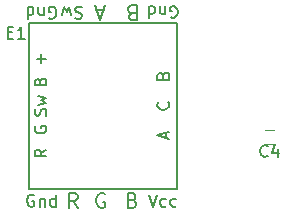
<source format=gbr>
G04 #@! TF.FileFunction,Legend,Top*
%FSLAX46Y46*%
G04 Gerber Fmt 4.6, Leading zero omitted, Abs format (unit mm)*
G04 Created by KiCad (PCBNEW 4.0.6) date 11/25/17 14:25:30*
%MOMM*%
%LPD*%
G01*
G04 APERTURE LIST*
%ADD10C,0.100000*%
%ADD11C,0.152400*%
%ADD12C,0.150000*%
%ADD13C,0.120000*%
G04 APERTURE END LIST*
D10*
D11*
X119681743Y-95269900D02*
X119778505Y-95318281D01*
X119923648Y-95318281D01*
X120068790Y-95269900D01*
X120165552Y-95173138D01*
X120213933Y-95076376D01*
X120262314Y-94882852D01*
X120262314Y-94737710D01*
X120213933Y-94544186D01*
X120165552Y-94447424D01*
X120068790Y-94350662D01*
X119923648Y-94302281D01*
X119826886Y-94302281D01*
X119681743Y-94350662D01*
X119633362Y-94399043D01*
X119633362Y-94737710D01*
X119826886Y-94737710D01*
X119197933Y-94979614D02*
X119197933Y-94302281D01*
X119197933Y-94882852D02*
X119149552Y-94931233D01*
X119052790Y-94979614D01*
X118907648Y-94979614D01*
X118810886Y-94931233D01*
X118762505Y-94834471D01*
X118762505Y-94302281D01*
X117843267Y-94302281D02*
X117843267Y-95318281D01*
X117843267Y-94350662D02*
X117940029Y-94302281D01*
X118133552Y-94302281D01*
X118230314Y-94350662D01*
X118278695Y-94399043D01*
X118327076Y-94495805D01*
X118327076Y-94786090D01*
X118278695Y-94882852D01*
X118230314Y-94931233D01*
X118133552Y-94979614D01*
X117940029Y-94979614D01*
X117843267Y-94931233D01*
X112167576Y-94414162D02*
X112022433Y-94365781D01*
X111780529Y-94365781D01*
X111683767Y-94414162D01*
X111635386Y-94462543D01*
X111587005Y-94559305D01*
X111587005Y-94656067D01*
X111635386Y-94752829D01*
X111683767Y-94801210D01*
X111780529Y-94849590D01*
X111974052Y-94897971D01*
X112070814Y-94946352D01*
X112119195Y-94994733D01*
X112167576Y-95091495D01*
X112167576Y-95188257D01*
X112119195Y-95285019D01*
X112070814Y-95333400D01*
X111974052Y-95381781D01*
X111732148Y-95381781D01*
X111587005Y-95333400D01*
X111248338Y-95043114D02*
X111054814Y-94365781D01*
X110861291Y-94849590D01*
X110667767Y-94365781D01*
X110474243Y-95043114D01*
X116397886Y-94916114D02*
X116216457Y-94855638D01*
X116155981Y-94795162D01*
X116095505Y-94674210D01*
X116095505Y-94492781D01*
X116155981Y-94371829D01*
X116216457Y-94311352D01*
X116337410Y-94250876D01*
X116821219Y-94250876D01*
X116821219Y-95520876D01*
X116397886Y-95520876D01*
X116276933Y-95460400D01*
X116216457Y-95399924D01*
X116155981Y-95278971D01*
X116155981Y-95158019D01*
X116216457Y-95037067D01*
X116276933Y-94976590D01*
X116397886Y-94916114D01*
X116821219Y-94916114D01*
X113996980Y-94613733D02*
X113392218Y-94613733D01*
X114117933Y-94250876D02*
X113694599Y-95520876D01*
X113271266Y-94250876D01*
X109394743Y-95333400D02*
X109491505Y-95381781D01*
X109636648Y-95381781D01*
X109781790Y-95333400D01*
X109878552Y-95236638D01*
X109926933Y-95139876D01*
X109975314Y-94946352D01*
X109975314Y-94801210D01*
X109926933Y-94607686D01*
X109878552Y-94510924D01*
X109781790Y-94414162D01*
X109636648Y-94365781D01*
X109539886Y-94365781D01*
X109394743Y-94414162D01*
X109346362Y-94462543D01*
X109346362Y-94801210D01*
X109539886Y-94801210D01*
X108910933Y-95043114D02*
X108910933Y-94365781D01*
X108910933Y-94946352D02*
X108862552Y-94994733D01*
X108765790Y-95043114D01*
X108620648Y-95043114D01*
X108523886Y-94994733D01*
X108475505Y-94897971D01*
X108475505Y-94365781D01*
X107556267Y-94365781D02*
X107556267Y-95381781D01*
X107556267Y-94414162D02*
X107653029Y-94365781D01*
X107846552Y-94365781D01*
X107943314Y-94414162D01*
X107991695Y-94462543D01*
X108040076Y-94559305D01*
X108040076Y-94849590D01*
X107991695Y-94946352D01*
X107943314Y-94994733D01*
X107846552Y-95043114D01*
X107653029Y-95043114D01*
X107556267Y-94994733D01*
X111801695Y-111401924D02*
X111378362Y-110797162D01*
X111075981Y-111401924D02*
X111075981Y-110131924D01*
X111559790Y-110131924D01*
X111680743Y-110192400D01*
X111741219Y-110252876D01*
X111801695Y-110373829D01*
X111801695Y-110555257D01*
X111741219Y-110676210D01*
X111680743Y-110736686D01*
X111559790Y-110797162D01*
X111075981Y-110797162D01*
X114090719Y-110192400D02*
X113969767Y-110131924D01*
X113788338Y-110131924D01*
X113606910Y-110192400D01*
X113485957Y-110313352D01*
X113425481Y-110434305D01*
X113365005Y-110676210D01*
X113365005Y-110857638D01*
X113425481Y-111099543D01*
X113485957Y-111220495D01*
X113606910Y-111341448D01*
X113788338Y-111401924D01*
X113909290Y-111401924D01*
X114090719Y-111341448D01*
X114151195Y-111280971D01*
X114151195Y-110857638D01*
X113909290Y-110857638D01*
X116452314Y-110736686D02*
X116633743Y-110797162D01*
X116694219Y-110857638D01*
X116754695Y-110978590D01*
X116754695Y-111160019D01*
X116694219Y-111280971D01*
X116633743Y-111341448D01*
X116512790Y-111401924D01*
X116028981Y-111401924D01*
X116028981Y-110131924D01*
X116452314Y-110131924D01*
X116573267Y-110192400D01*
X116633743Y-110252876D01*
X116694219Y-110373829D01*
X116694219Y-110494781D01*
X116633743Y-110615733D01*
X116573267Y-110676210D01*
X116452314Y-110736686D01*
X116028981Y-110736686D01*
X108088457Y-110319400D02*
X107991695Y-110271019D01*
X107846552Y-110271019D01*
X107701410Y-110319400D01*
X107604648Y-110416162D01*
X107556267Y-110512924D01*
X107507886Y-110706448D01*
X107507886Y-110851590D01*
X107556267Y-111045114D01*
X107604648Y-111141876D01*
X107701410Y-111238638D01*
X107846552Y-111287019D01*
X107943314Y-111287019D01*
X108088457Y-111238638D01*
X108136838Y-111190257D01*
X108136838Y-110851590D01*
X107943314Y-110851590D01*
X108572267Y-110609686D02*
X108572267Y-111287019D01*
X108572267Y-110706448D02*
X108620648Y-110658067D01*
X108717410Y-110609686D01*
X108862552Y-110609686D01*
X108959314Y-110658067D01*
X109007695Y-110754829D01*
X109007695Y-111287019D01*
X109926933Y-111287019D02*
X109926933Y-110271019D01*
X109926933Y-111238638D02*
X109830171Y-111287019D01*
X109636648Y-111287019D01*
X109539886Y-111238638D01*
X109491505Y-111190257D01*
X109443124Y-111093495D01*
X109443124Y-110803210D01*
X109491505Y-110706448D01*
X109539886Y-110658067D01*
X109636648Y-110609686D01*
X109830171Y-110609686D01*
X109926933Y-110658067D01*
X117819077Y-110271019D02*
X118157744Y-111287019D01*
X118496410Y-110271019D01*
X119270505Y-111238638D02*
X119173743Y-111287019D01*
X118980220Y-111287019D01*
X118883458Y-111238638D01*
X118835077Y-111190257D01*
X118786696Y-111093495D01*
X118786696Y-110803210D01*
X118835077Y-110706448D01*
X118883458Y-110658067D01*
X118980220Y-110609686D01*
X119173743Y-110609686D01*
X119270505Y-110658067D01*
X120141362Y-111238638D02*
X120044600Y-111287019D01*
X119851077Y-111287019D01*
X119754315Y-111238638D01*
X119705934Y-111190257D01*
X119657553Y-111093495D01*
X119657553Y-110803210D01*
X119705934Y-110706448D01*
X119754315Y-110658067D01*
X119851077Y-110609686D01*
X120044600Y-110609686D01*
X120141362Y-110658067D01*
D12*
X107694600Y-95762900D02*
X107694600Y-109762900D01*
X120194600Y-95762900D02*
X107694600Y-95762900D01*
X120194600Y-109762900D02*
X120194600Y-95762900D01*
X107694600Y-109762900D02*
X120194600Y-109762900D01*
D13*
X128395600Y-105966400D02*
X127695600Y-105966400D01*
X127695600Y-104766400D02*
X128395600Y-104766400D01*
D12*
X105877124Y-96531971D02*
X106210458Y-96531971D01*
X106353315Y-97055781D02*
X105877124Y-97055781D01*
X105877124Y-96055781D01*
X106353315Y-96055781D01*
X107305696Y-97055781D02*
X106734267Y-97055781D01*
X107019981Y-97055781D02*
X107019981Y-96055781D01*
X106924743Y-96198638D01*
X106829505Y-96293876D01*
X106734267Y-96341495D01*
X119023171Y-100191471D02*
X119070790Y-100048614D01*
X119118410Y-100000995D01*
X119213648Y-99953376D01*
X119356505Y-99953376D01*
X119451743Y-100000995D01*
X119499362Y-100048614D01*
X119546981Y-100143852D01*
X119546981Y-100524805D01*
X118546981Y-100524805D01*
X118546981Y-100191471D01*
X118594600Y-100096233D01*
X118642219Y-100048614D01*
X118737457Y-100000995D01*
X118832695Y-100000995D01*
X118927933Y-100048614D01*
X118975552Y-100096233D01*
X119023171Y-100191471D01*
X119023171Y-100524805D01*
X119451743Y-102453376D02*
X119499362Y-102500995D01*
X119546981Y-102643852D01*
X119546981Y-102739090D01*
X119499362Y-102881948D01*
X119404124Y-102977186D01*
X119308886Y-103024805D01*
X119118410Y-103072424D01*
X118975552Y-103072424D01*
X118785076Y-103024805D01*
X118689838Y-102977186D01*
X118594600Y-102881948D01*
X118546981Y-102739090D01*
X118546981Y-102643852D01*
X118594600Y-102500995D01*
X118642219Y-102453376D01*
X119261267Y-105500995D02*
X119261267Y-105024804D01*
X119546981Y-105596233D02*
X118546981Y-105262900D01*
X119546981Y-104929566D01*
X108623171Y-100691471D02*
X108670790Y-100548614D01*
X108718410Y-100500995D01*
X108813648Y-100453376D01*
X108956505Y-100453376D01*
X109051743Y-100500995D01*
X109099362Y-100548614D01*
X109146981Y-100643852D01*
X109146981Y-101024805D01*
X108146981Y-101024805D01*
X108146981Y-100691471D01*
X108194600Y-100596233D01*
X108242219Y-100548614D01*
X108337457Y-100500995D01*
X108432695Y-100500995D01*
X108527933Y-100548614D01*
X108575552Y-100596233D01*
X108623171Y-100691471D01*
X108623171Y-101024805D01*
X109146981Y-106453376D02*
X108670790Y-106786710D01*
X109146981Y-107024805D02*
X108146981Y-107024805D01*
X108146981Y-106643852D01*
X108194600Y-106548614D01*
X108242219Y-106500995D01*
X108337457Y-106453376D01*
X108480314Y-106453376D01*
X108575552Y-106500995D01*
X108623171Y-106548614D01*
X108670790Y-106643852D01*
X108670790Y-107024805D01*
X108194600Y-104500995D02*
X108146981Y-104596233D01*
X108146981Y-104739090D01*
X108194600Y-104881948D01*
X108289838Y-104977186D01*
X108385076Y-105024805D01*
X108575552Y-105072424D01*
X108718410Y-105072424D01*
X108908886Y-105024805D01*
X109004124Y-104977186D01*
X109099362Y-104881948D01*
X109146981Y-104739090D01*
X109146981Y-104643852D01*
X109099362Y-104500995D01*
X109051743Y-104453376D01*
X108718410Y-104453376D01*
X108718410Y-104643852D01*
X109099362Y-103572424D02*
X109146981Y-103429567D01*
X109146981Y-103191471D01*
X109099362Y-103096233D01*
X109051743Y-103048614D01*
X108956505Y-103000995D01*
X108861267Y-103000995D01*
X108766029Y-103048614D01*
X108718410Y-103096233D01*
X108670790Y-103191471D01*
X108623171Y-103381948D01*
X108575552Y-103477186D01*
X108527933Y-103524805D01*
X108432695Y-103572424D01*
X108337457Y-103572424D01*
X108242219Y-103524805D01*
X108194600Y-103477186D01*
X108146981Y-103381948D01*
X108146981Y-103143852D01*
X108194600Y-103000995D01*
X108480314Y-102667662D02*
X109146981Y-102477186D01*
X108670790Y-102286709D01*
X109146981Y-102096233D01*
X108480314Y-101905757D01*
X108711429Y-99143852D02*
X108711429Y-98381947D01*
X109092381Y-98762899D02*
X108330476Y-98762899D01*
X127878934Y-106973543D02*
X127831315Y-107021162D01*
X127688458Y-107068781D01*
X127593220Y-107068781D01*
X127450362Y-107021162D01*
X127355124Y-106925924D01*
X127307505Y-106830686D01*
X127259886Y-106640210D01*
X127259886Y-106497352D01*
X127307505Y-106306876D01*
X127355124Y-106211638D01*
X127450362Y-106116400D01*
X127593220Y-106068781D01*
X127688458Y-106068781D01*
X127831315Y-106116400D01*
X127878934Y-106164019D01*
X128736077Y-106402114D02*
X128736077Y-107068781D01*
X128497981Y-106021162D02*
X128259886Y-106735448D01*
X128878934Y-106735448D01*
M02*

</source>
